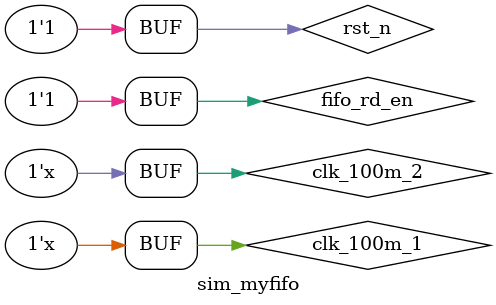
<source format=v>
`include "timescale.v"

module sim_myfifo(); 

reg     clk_100m_1;
reg     clk_100m_2;
reg     rst_n;

initial begin
        clk_100m_1 = 1'b0;
        clk_100m_2 = 1'b1;
        rst_n    = 1'b0;
    #50 rst_n    = 1'b1;
end

always begin
    #5  clk_100m_1 = ~clk_100m_1;
end

always begin
    #5  clk_100m_2 = ~clk_100m_2;
end

/*****************************************************/
wire            fifo_wr_almost_full;
wire            fifo_wr_full;
reg     [31:0]  fifo_wr_data;
always@(posedge clk_100m_1 or negedge rst_n) begin
    if(!rst_n) begin
        fifo_wr_data[31:0] <= #1 32'd0;
    end
    else if((fifo_wr_full != 1'h1) && (fifo_wr_data[31:0] < 32'd257))begin
        fifo_wr_data[31:0] <= #1 fifo_wr_data[31:0] + 32'd1;
    end
end

reg             fifo_wr_en;
always@(posedge clk_100m_1 or negedge rst_n) begin
    if(!rst_n) begin
       fifo_wr_en <= #1 1'h0;
    end
    else if(fifo_wr_data[31:0] == 32'd2)begin
       fifo_wr_en <= #1 1'h0;
    end
    else begin
       fifo_wr_en <= #1 1'h1;
    end
end

wire            fifo_rd_almost_empty;
wire            fifo_rd_empty;
wire    [31:0]  fifo_rd_data;
reg             fifo_rd_en;

initial begin
          fifo_rd_en = 1'b0;
    #2655 fifo_rd_en = 1'b1;
end

my_fifo u_my_fifo(
    //系统信号
    .rst_n           (rst_n                 ),//复位信号，低电平有效

    //写端口
    .wr_clk          (clk_100m_1            ),//i 写时钟
    .wr_en           (fifo_wr_en            ),//i 写使能
    .wr_data         (fifo_wr_data[31:0]    ),//i 写数据
    .wr_almost_full  (fifo_wr_almost_full   ),//o 
    .wr_full         (fifo_wr_full          ),//o 

    //读端口
    .rd_clk          (clk_100m_2            ),//i 读时钟
    .rd_en           (fifo_rd_en            ),//i 读使能
    .rd_data         (fifo_rd_data[31:0]    ),//o 读数据
    .rd_almost_empty (fifo_rd_almost_empty  ),//o 
    .rd_empty        (fifo_rd_empty         ) //o 
);

endmodule

</source>
